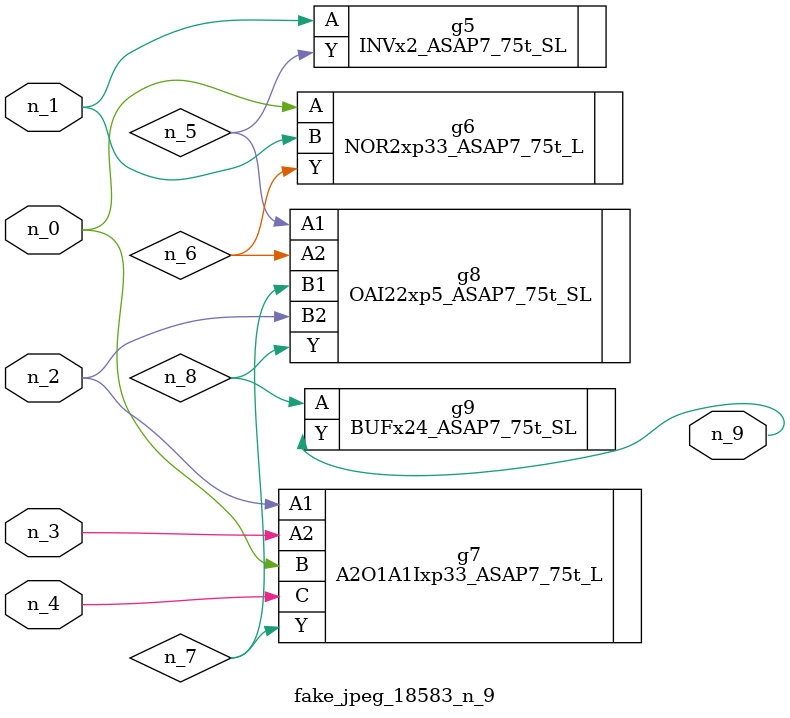
<source format=v>
module fake_jpeg_18583_n_9 (n_3, n_2, n_1, n_0, n_4, n_9);

input n_3;
input n_2;
input n_1;
input n_0;
input n_4;

output n_9;

wire n_8;
wire n_6;
wire n_5;
wire n_7;

INVx2_ASAP7_75t_SL g5 ( 
.A(n_1),
.Y(n_5)
);

NOR2xp33_ASAP7_75t_L g6 ( 
.A(n_0),
.B(n_1),
.Y(n_6)
);

A2O1A1Ixp33_ASAP7_75t_L g7 ( 
.A1(n_2),
.A2(n_3),
.B(n_0),
.C(n_4),
.Y(n_7)
);

OAI22xp5_ASAP7_75t_SL g8 ( 
.A1(n_5),
.A2(n_6),
.B1(n_7),
.B2(n_2),
.Y(n_8)
);

BUFx24_ASAP7_75t_SL g9 ( 
.A(n_8),
.Y(n_9)
);


endmodule
</source>
